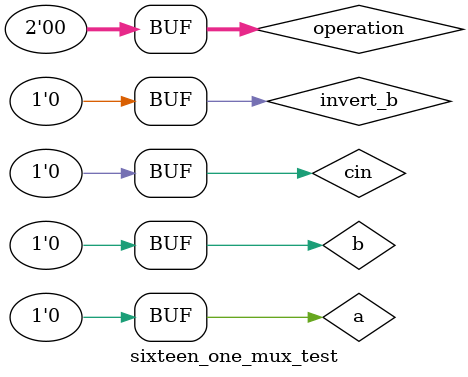
<source format=v>
`timescale 1ns / 1ps


module sixteen_one_mux_test;

	// Inputs
	reg a;
	reg b;
	reg invert_b;
	reg cin;
	reg [1:0] operation;

	// Outputs
	wire result;
	wire cout;

	// Instantiate the Unit Under Test (UUT)
	one_bit_alu uut (
		.a(a), 
		.b(b), 
		.invert_b(invert_b), 
		.cin(cin), 
		.operation(operation), 
		.result(result), 
		.cout(cout)
	);

	initial begin
		// Initialize Inputs
		a = 0;
		b = 0;
		invert_b = 0;
		cin = 0;
		operation = 0;

		// Wait 100 ns for global reset to finish
		#100;
        
		// Add stimulus here

	end
      
endmodule


</source>
